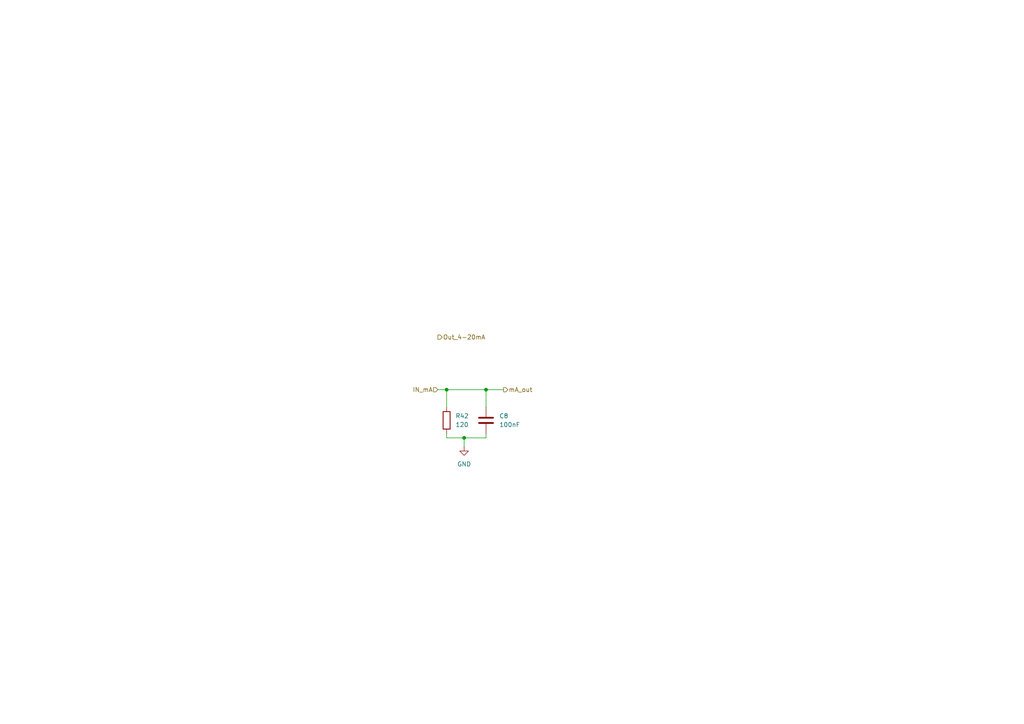
<source format=kicad_sch>
(kicad_sch (version 20250114) (generator "eeschema") (generator_version "9.0")
  (paper "A4")
  (lib_symbols
    (symbol "PCM_Capacitor_AKL:C_0603" (pin_numbers (hide yes)) (pin_names (offset 0.254))
      (property "Reference" "C" (at 0.635 2.54 0))
      (property "Value" "C_0603" (at 0.635 -2.54 0))
      (symbol "C_0603_0_1"
        (polyline (pts (xy -2.032 0.762) (xy 2.032 0.762)) (stroke (width 0.508)))
        (polyline (pts (xy -2.032 -0.762) (xy 2.032 -0.762)) (stroke (width 0.508)))
      )
      (symbol "C_0603_0_2"
        (polyline (pts (xy -2.54 -2.54) (xy -0.381 -0.381)))
        (polyline (pts (xy -0.508 -0.508) (xy -1.651 0.635)) (stroke (width 0.508)))
        (polyline (pts (xy -0.508 -0.508) (xy 0.635 -1.651)) (stroke (width 0.508)))
        (polyline (pts (xy 0.381 0.381) (xy 2.54 2.54)))
        (polyline (pts (xy 0.508 0.508) (xy -0.635 1.651)) (stroke (width 0.508)))
        (polyline (pts (xy 0.508 0.508) (xy 1.651 -0.635)) (stroke (width 0.508)))
      )
      (symbol "C_0603_1_1"
        (pin passive line (at 0 3.81 270) (length 2.794) (name "~") (number "1"))
        (pin passive line (at 0 -3.81 90) (length 2.794) (name "~") (number "2"))
      )
      (symbol "C_0603_1_2"
        (pin passive line (at -2.54 -2.54 90) (length 0) (name "~") (number "2"))
        (pin passive line (at 2.54 2.54 270) (length 0) (name "~") (number "1"))
      )
    )
    (symbol "PCM_Resistor_AKL:R_0603" (pin_numbers (hide yes)) (pin_names (offset 0))
      (property "Reference" "R" (at 2.54 1.27 0))
      (property "Value" "R_0603" (at 2.54 -1.27 0))
      (symbol "R_0603_0_1"
        (rectangle (start -1.016 2.54) (end 1.016 -2.54) (stroke (width 0.254)))
      )
      (symbol "R_0603_0_2"
        (polyline (pts (xy -2.54 -2.54) (xy -1.524 -1.524)))
        (polyline (pts (xy 1.524 1.524) (xy 2.54 2.54)))
        (polyline (pts (xy 1.524 1.524) (xy 0.889 2.159) (xy -2.159 -0.889) (xy -0.889 -2.159) (xy 2.159 0.889) (xy 1.524 1.524)) (stroke (width 0.254)))
      )
      (symbol "R_0603_1_1"
        (pin passive line (at 0 3.81 270) (length 1.27) (name "~") (number "1"))
        (pin passive line (at 0 -3.81 90) (length 1.27) (name "~") (number "2"))
      )
      (symbol "R_0603_1_2"
        (pin passive line (at -2.54 -2.54 0) (length 0) (name "") (number "2"))
        (pin passive line (at 2.54 2.54 180) (length 0) (name "") (number "1"))
      )
    )
    (symbol "power:GND" (power) (pin_numbers (hide yes)) (pin_names (offset 0) (hide yes))
      (property "Value" "GND" (at 0 -3.81 0))
      (symbol "GND_0_1"
        (polyline (pts (xy 0 0) (xy 0 -1.27) (xy 1.27 -1.27) (xy 0 -2.54) (xy -1.27 -1.27) (xy 0 -1.27)))
      )
      (symbol "GND_1_1"
        (pin power_in line (at 0 0 270) (length 0) (name "~") (number "1"))
      )
    )
  )
  (junction (at 129.54 113.03))
  (junction (at 140.97 113.03))
  (junction (at 134.62 127))
  (wire (pts (xy 140.97 113.03) (xy 129.54 113.03)))
  (wire (pts (xy 129.54 113.03) (xy 129.54 118.11)))
  (wire (pts (xy 140.97 113.03) (xy 146.05 113.03)))
  (wire (pts (xy 140.97 127) (xy 140.97 125.73)))
  (wire (pts (xy 134.62 127) (xy 140.97 127)))
  (wire (pts (xy 140.97 118.11) (xy 140.97 113.03)))
  (wire (pts (xy 127 113.03) (xy 129.54 113.03)))
  (wire (pts (xy 134.62 127) (xy 134.62 129.54)))
  (wire (pts (xy 129.54 127) (xy 129.54 125.73)))
  (wire (pts (xy 134.62 127) (xy 129.54 127)))
  (hierarchical_label "Out_4-20mA" (shape output) (at 127 97.79 0))
  (hierarchical_label "IN_mA" (shape input) (at 127 113.03 180))
  (hierarchical_label "mA_out" (shape output) (at 146.05 113.03 0))
  (symbol (lib_id "PCM_Resistor_AKL:R_0603") (at 129.54 121.92 0) (unit 1)
    (property "Reference" "R42" (at 132.08 120.6499 0) (effects (justify left)))
    (property "Value" "120" (at 132.08 123.1899 0) (effects (justify left)))
    (property "Footprint" "PCM_Resistor_SMD_AKL:R_0603_1608Metric" (effects (hide yes)))
    (property "Description" "SMD 0603 Chip Resistor, European Symbol, Alternate KiCad Library" (effects (hide yes)))
  )
  (symbol (lib_id "PCM_Capacitor_AKL:C_0603") (at 140.97 121.92 0) (unit 1)
    (property "Reference" "C8" (at 144.78 120.6499 0) (effects (justify left)))
    (property "Value" "100nF" (at 144.78 123.1899 0) (effects (justify left)))
    (property "Footprint" "PCM_Capacitor_SMD_AKL:C_0603_1608Metric" (effects (hide yes)))
    (property "Description" "SMD 0603 MLCC capacitor, Alternate KiCad Library" (effects (hide yes)))
  )
  (symbol (lib_id "power:GND") (at 134.62 129.54 0) (unit 1)
    (property "Reference" "#PWR050" (effects (hide yes)))
    (property "Value" "GND" (at 134.62 134.62 0))
    (property "Description" "Power symbol creates a global label with name \"GND\" , ground" (effects (hide yes)))
  )
)
</source>
